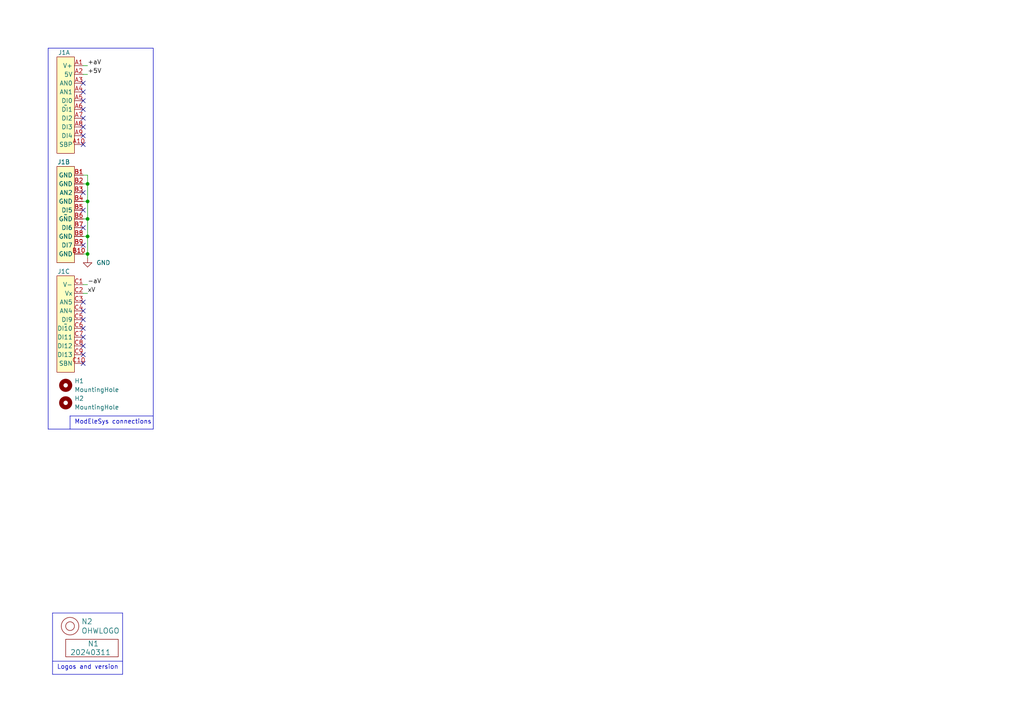
<source format=kicad_sch>
(kicad_sch (version 20231120) (generator "eeschema") (generator_version "8.0")
  (paper "A4")
  (lib_symbols
    (symbol "Mechanical:MountingHole" (pin_names (offset 1.016))
      (property "Reference" "H" (at 0 5.08 0))
      (property "Value" "MountingHole" (at 0 3.175 0))
      (symbol "MountingHole_0_1"
        (circle (center 0 0) (radius 1.27) (stroke (width 1.27)))
      )
    )
    (symbol "SquantorConnectorsNamed:SquMes_30pin"
      (property "Reference" "J" (at 0 15.24 0))
      (symbol "SquMes_30pin_1_1"
        (rectangle (start -2.54 13.97) (end 2.54 -13.97) (fill (type background)))
        (pin passive line (at -5.08 11.43 0) (length 2.54) (name "V+") (number "A1"))
        (pin passive line (at -5.08 -11.43 0) (length 2.54) (name "SBP") (number "A10"))
        (pin passive line (at -5.08 8.89 0) (length 2.54) (name "5V") (number "A2"))
        (pin passive line (at -5.08 6.35 0) (length 2.54) (name "AN0") (number "A3"))
        (pin passive line (at -5.08 3.81 0) (length 2.54) (name "AN1") (number "A4"))
        (pin passive line (at -5.08 1.27 0) (length 2.54) (name "DI0") (number "A5"))
        (pin passive line (at -5.08 -1.27 0) (length 2.54) (name "DI1") (number "A6"))
        (pin passive line (at -5.08 -3.81 0) (length 2.54) (name "DI2") (number "A7"))
        (pin passive line (at -5.08 -6.35 0) (length 2.54) (name "DI3") (number "A8"))
        (pin passive line (at -5.08 -8.89 0) (length 2.54) (name "DI4") (number "A9"))
      )
      (symbol "SquMes_30pin_2_1"
        (rectangle (start -2.54 13.97) (end 2.54 -13.97) (fill (type background)))
        (pin passive line (at -5.08 11.43 0) (length 2.54) (name "GND") (number "B1"))
        (pin passive line (at -5.08 -11.43 0) (length 2.54) (name "GND") (number "B10"))
        (pin passive line (at -5.08 8.89 0) (length 2.54) (name "GND") (number "B2"))
        (pin passive line (at -5.08 6.35 0) (length 2.54) (name "AN2") (number "B3"))
        (pin passive line (at -5.08 3.81 0) (length 2.54) (name "GND") (number "B4"))
        (pin passive line (at -5.08 1.27 0) (length 2.54) (name "DI5") (number "B5"))
        (pin passive line (at -5.08 -1.27 0) (length 2.54) (name "GND") (number "B6"))
        (pin passive line (at -5.08 -3.81 0) (length 2.54) (name "DI6") (number "B7"))
        (pin passive line (at -5.08 -6.35 0) (length 2.54) (name "GND") (number "B8"))
        (pin passive line (at -5.08 -8.89 0) (length 2.54) (name "DI7") (number "B9"))
      )
      (symbol "SquMes_30pin_3_1"
        (rectangle (start -2.54 13.97) (end 2.54 -13.97) (fill (type background)))
        (pin passive line (at -5.08 11.43 0) (length 2.54) (name "V-") (number "C1"))
        (pin passive line (at -5.08 -11.43 0) (length 2.54) (name "SBN") (number "C10"))
        (pin passive line (at -5.08 8.89 0) (length 2.54) (name "Vx") (number "C2"))
        (pin passive line (at -5.08 6.35 0) (length 2.54) (name "AN5") (number "C3"))
        (pin passive line (at -5.08 3.81 0) (length 2.54) (name "AN4") (number "C4"))
        (pin passive line (at -5.08 1.27 0) (length 2.54) (name "DI9") (number "C5"))
        (pin passive line (at -5.08 -1.27 0) (length 2.54) (name "DI10") (number "C6"))
        (pin passive line (at -5.08 -3.81 0) (length 2.54) (name "DI11") (number "C7"))
        (pin passive line (at -5.08 -6.35 0) (length 2.54) (name "DI12") (number "C8"))
        (pin passive line (at -5.08 -8.89 0) (length 2.54) (name "DI13") (number "C9"))
      )
    )
    (symbol "SquantorLabels:OHWLOGO" (pin_names (offset 1.016))
      (property "Reference" "N" (at 0 3.81 0))
      (property "Value" "OHWLOGO" (at 0 -3.81 0))
      (symbol "OHWLOGO_0_1"
        (circle (center 0 0) (radius 1.27))
        (circle (center 0 0) (radius 2.54))
      )
    )
    (symbol "SquantorLabels:VYYYYMMDD" (pin_names (offset 1.016))
      (property "Reference" "N" (at 0 2.54 0))
      (property "Value" "VYYYYMMDD" (at 0 0 0))
      (symbol "VYYYYMMDD_0_1"
        (rectangle (start 7.62 -1.27) (end -7.62 3.81))
      )
    )
    (symbol "power:GND" (power) (pin_names (offset 0))
      (property "Value" "GND" (at 0 -3.81 0))
      (symbol "GND_0_1"
        (polyline (pts (xy 0 0) (xy 0 -1.27) (xy 1.27 -1.27) (xy 0 -2.54) (xy -1.27 -1.27) (xy 0 -1.27)))
      )
      (symbol "GND_1_1"
        (pin power_in line (at 0 0 270) (length 0) hide (name "GND") (number "1"))
      )
    )
  )
  (junction (at 25.4 53.34))
  (junction (at 25.4 58.42))
  (junction (at 25.4 68.58))
  (junction (at 25.4 73.66))
  (junction (at 25.4 63.5))
  (no_connect (at 24.13 60.96))
  (no_connect (at 24.13 34.29))
  (no_connect (at 24.13 36.83))
  (no_connect (at 24.13 29.21))
  (no_connect (at 24.13 41.91))
  (no_connect (at 24.13 31.75))
  (no_connect (at 24.13 24.13))
  (no_connect (at 24.13 55.88))
  (no_connect (at 24.13 66.04))
  (no_connect (at 24.13 100.33))
  (no_connect (at 24.13 97.79))
  (no_connect (at 24.13 95.25))
  (no_connect (at 24.13 26.67))
  (no_connect (at 24.13 90.17))
  (no_connect (at 24.13 71.12))
  (no_connect (at 24.13 105.41))
  (no_connect (at 24.13 39.37))
  (no_connect (at 24.13 92.71))
  (no_connect (at 24.13 87.63))
  (no_connect (at 24.13 102.87))
  (polyline (pts (xy 20.32 120.65) (xy 20.32 124.46)))
  (wire (pts (xy 24.13 21.59) (xy 25.4 21.59)))
  (polyline (pts (xy 15.24 177.8) (xy 15.24 195.58)))
  (wire (pts (xy 25.4 73.66) (xy 25.4 74.93)))
  (polyline (pts (xy 35.56 177.8) (xy 15.24 177.8)))
  (wire (pts (xy 24.13 73.66) (xy 25.4 73.66)))
  (wire (pts (xy 25.4 68.58) (xy 25.4 73.66)))
  (polyline (pts (xy 44.45 124.46) (xy 44.45 13.97)))
  (wire (pts (xy 24.13 19.05) (xy 25.4 19.05)))
  (wire (pts (xy 25.4 53.34) (xy 25.4 58.42)))
  (wire (pts (xy 25.4 63.5) (xy 25.4 68.58)))
  (polyline (pts (xy 13.97 124.46) (xy 44.45 124.46)))
  (wire (pts (xy 24.13 85.09) (xy 25.4 85.09)))
  (wire (pts (xy 24.13 58.42) (xy 25.4 58.42)))
  (wire (pts (xy 24.13 50.8) (xy 25.4 50.8)))
  (wire (pts (xy 25.4 58.42) (xy 25.4 63.5)))
  (polyline (pts (xy 44.45 120.65) (xy 20.32 120.65)))
  (wire (pts (xy 24.13 68.58) (xy 25.4 68.58)))
  (wire (pts (xy 25.4 50.8) (xy 25.4 53.34)))
  (polyline (pts (xy 35.56 195.58) (xy 35.56 177.8)))
  (polyline (pts (xy 15.24 195.58) (xy 35.56 195.58)))
  (polyline (pts (xy 13.97 13.97) (xy 13.97 124.46)))
  (wire (pts (xy 24.13 63.5) (xy 25.4 63.5)))
  (wire (pts (xy 24.13 53.34) (xy 25.4 53.34)))
  (wire (pts (xy 24.13 82.55) (xy 25.4 82.55)))
  (polyline (pts (xy 15.24 191.77) (xy 35.56 191.77)))
  (polyline (pts (xy 44.45 13.97) (xy 13.97 13.97)))
  (text "ModEleSys connections" (at 21.59 123.19 0) (effects (font (size 1.27 1.27)) (justify left bottom)))
  (text "Logos and version" (at 16.51 194.31 0) (effects (font (size 1.27 1.27)) (justify left bottom)))
  (label "+aV" (at 25.4 19.05 0))
  (label "+5V" (at 25.4 21.59 0))
  (label "xV" (at 25.4 85.09 0))
  (label "-aV" (at 25.4 82.55 0))
  (symbol (lib_id "SquantorLabels:VYYYYMMDD") (at 26.67 189.23 0) (unit 1)
    (property "Reference" "N1" (at 25.4 186.69 0) (effects (font (size 1.524 1.524)) (justify left)))
    (property "Value" "20240311" (at 20.32 189.23 0) (effects (font (size 1.524 1.524)) (justify left)))
    (property "Footprint" "SquantorLabels:Label_Generic" (effects (hide yes)))
  )
  (symbol (lib_id "SquantorLabels:OHWLOGO") (at 20.32 181.61 0) (unit 1)
    (property "Reference" "N2" (at 23.5712 180.2638 0) (effects (font (size 1.524 1.524)) (justify left)))
    (property "Value" "OHWLOGO" (at 23.5712 182.9562 0) (effects (font (size 1.524 1.524)) (justify left)))
    (property "Footprint" "Symbol:OSHW-Symbol_6.7x6mm_SilkScreen" (effects (hide yes)))
  )
  (symbol (lib_id "SquantorConnectorsNamed:SquMes_30pin") (at 19.05 93.98 0) (mirror y) (unit 3)
    (property "Reference" "J1" (at 20.32 78.74 0) (effects (justify left)))
    (property "Value" "~" (at 19.05 93.98 0))
    (property "Footprint" "SquantorConnectors:DIN41612_R3_3x10_Male_Vertical_THT" (effects (hide yes)))
  )
  (symbol (lib_id "SquantorConnectorsNamed:SquMes_30pin") (at 19.05 62.23 0) (mirror y) (unit 2)
    (property "Reference" "J1" (at 20.32 46.99 0) (effects (justify left)))
    (property "Value" "~" (at 19.05 62.23 0))
    (property "Footprint" "SquantorConnectors:DIN41612_R3_3x10_Male_Vertical_THT" (effects (hide yes)))
  )
  (symbol (lib_id "SquantorConnectorsNamed:SquMes_30pin") (at 19.05 30.48 0) (mirror y) (unit 1)
    (property "Reference" "J1" (at 20.32 15.24 0) (effects (justify left)))
    (property "Value" "~" (at 19.05 30.48 0))
    (property "Footprint" "SquantorConnectors:DIN41612_R3_3x10_Male_Vertical_THT" (effects (hide yes)))
  )
  (symbol (lib_id "power:GND") (at 25.4 74.93 0) (unit 1)
    (property "Reference" "#PWR0104" (effects (hide yes)))
    (property "Value" "GND" (at 27.94 76.2 0) (effects (justify left)))
  )
  (symbol (lib_id "Mechanical:MountingHole") (at 19.05 116.84 0) (unit 1)
    (property "Reference" "H2" (at 21.59 115.57 0) (effects (justify left)))
    (property "Value" "MountingHole" (at 21.59 118.11 0) (effects (justify left)))
    (property "Footprint" "SquantorPcbOutline:MountingHole_3.2mm_M3_Pad_Via" (effects (hide yes)))
  )
  (symbol (lib_id "Mechanical:MountingHole") (at 19.05 111.76 0) (unit 1)
    (property "Reference" "H1" (at 21.59 110.49 0) (effects (justify left)))
    (property "Value" "MountingHole" (at 21.59 113.03 0) (effects (justify left)))
    (property "Footprint" "SquantorPcbOutline:MountingHole_3.2mm_M3_Pad_Via" (effects (hide yes)))
  )
)
</source>
